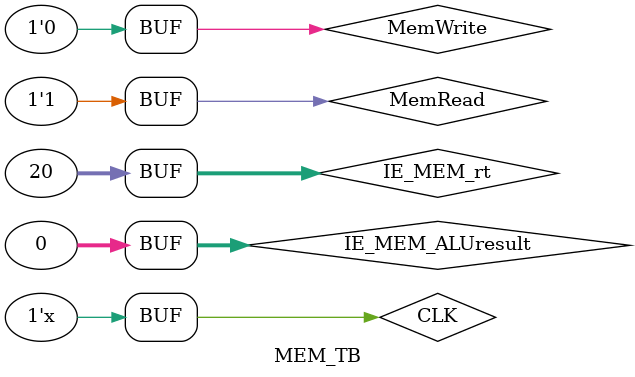
<source format=v>
module Data_Memory(CLK, IE_MEM_ALUresult, IE_MEM_rt, MemWrite, MemRead, MEM_WB_ReadData);

reg [7:0] DataMem [127:0];

input CLK;
input [31:0] IE_MEM_ALUresult;
input MemWrite;
input MemRead;
input [31:0] IE_MEM_rt;
output reg [31:0] MEM_WB_ReadData;


always@(posedge CLK)
begin

if(MemRead)
begin

 MEM_WB_ReadData [31:24] <= DataMem [IE_MEM_ALUresult];
 MEM_WB_ReadData [23:16] <= DataMem [IE_MEM_ALUresult + 1];
 MEM_WB_ReadData [15:8]  <= DataMem [IE_MEM_ALUresult + 2];
 MEM_WB_ReadData [7:0]   <= DataMem [IE_MEM_ALUresult + 3];

end

else if (MemWrite)
begin

DataMem [IE_MEM_ALUresult] <= IE_MEM_rt [31:24];
DataMem [IE_MEM_ALUresult + 1] <= IE_MEM_rt [23:16];
DataMem [IE_MEM_ALUresult + 2] <= IE_MEM_rt [15:8];
DataMem [IE_MEM_ALUresult + 3] <= IE_MEM_rt [7:0];

end

end

endmodule
module MEM_TB ();



reg CLK;
reg MemWrite;
reg MemRead;
reg [31:0] IE_MEM_rt;
wire [31:0] MEM_WB_ReadData;
reg [31:0] IE_MEM_ALUresult;

Data_Memory M(CLK, IE_MEM_ALUresult, IE_MEM_rt, MemWrite, MemRead, MEM_WB_ReadData);


initial
begin

CLK = 0;
MemRead  = 0;
MemWrite = 1;
IE_MEM_rt = 20;
IE_MEM_ALUresult = 0;
#100
MemRead  = 1;
MemWrite = 0;
IE_MEM_ALUresult = 0;

end

always
begin

#10 CLK = ~CLK;

end


endmodule























</source>
